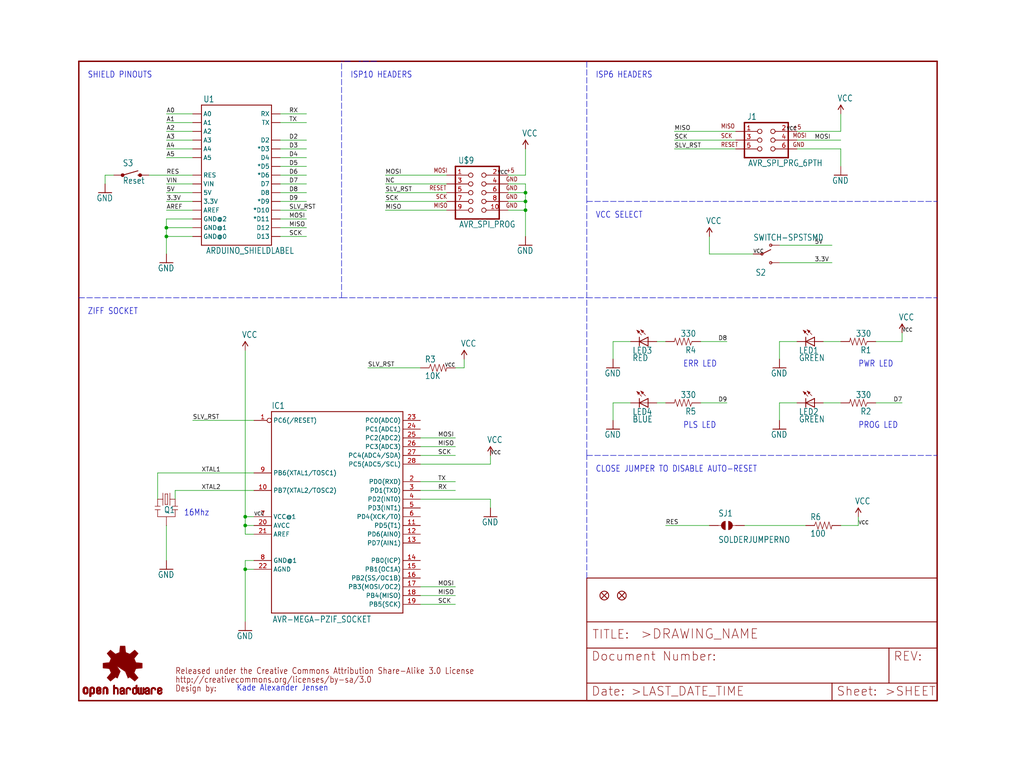
<source format=kicad_sch>
(kicad_sch (version 20211123) (generator eeschema)
  (paper "User" 297.002 223.926)
  (lib_symbols
    (symbol "eagleSchem-eagle-import:5V" (power)
      (property "Value" "5V" (at -1.016 3.556 0))
      (symbol "5V_1_0"
        (pin power_in line (at 0 0 90) (length 2.54) (name "5V") (number "1"))
      )
    )
    (symbol "eagleSchem-eagle-import:ARDUINO_SHIELDLABEL"
      (property "Reference" "U" (at -9.652 21.082 0))
      (property "Value" "ARDUINO_SHIELDLABEL" (at -8.89 -22.86 0))
      (symbol "ARDUINO_SHIELDLABEL_1_0"
        (pin bidirectional line (at -12.7 -7.62 0) (length 2.54) (name "3.3V") (number "3.3V"))
        (pin bidirectional line (at -12.7 -5.08 0) (length 2.54) (name "5V") (number "5V"))
        (pin bidirectional line (at -12.7 17.78 0) (length 2.54) (name "A0") (number "A0"))
        (pin bidirectional line (at -12.7 15.24 0) (length 2.54) (name "A1") (number "A1"))
        (pin bidirectional line (at -12.7 12.7 0) (length 2.54) (name "A2") (number "A2"))
        (pin bidirectional line (at -12.7 10.16 0) (length 2.54) (name "A3") (number "A3"))
        (pin bidirectional line (at -12.7 7.62 0) (length 2.54) (name "A4") (number "A4"))
        (pin bidirectional line (at -12.7 5.08 0) (length 2.54) (name "A5") (number "A5"))
        (pin bidirectional line (at -12.7 -10.16 0) (length 2.54) (name "AREF") (number "AREF"))
        (pin bidirectional line (at 12.7 -10.16 180) (length 2.54) (name "*D10") (number "D10"))
        (pin bidirectional line (at 12.7 -12.7 180) (length 2.54) (name "*D11") (number "D11"))
        (pin bidirectional line (at 12.7 -15.24 180) (length 2.54) (name "D12") (number "D12"))
        (pin bidirectional line (at 12.7 -17.78 180) (length 2.54) (name "D13") (number "D13"))
        (pin bidirectional line (at 12.7 10.16 180) (length 2.54) (name "D2") (number "D2"))
        (pin bidirectional line (at 12.7 7.62 180) (length 2.54) (name "*D3") (number "D3"))
        (pin bidirectional line (at 12.7 5.08 180) (length 2.54) (name "D4") (number "D4"))
        (pin bidirectional line (at 12.7 2.54 180) (length 2.54) (name "*D5") (number "D5"))
        (pin bidirectional line (at 12.7 0 180) (length 2.54) (name "*D6") (number "D6"))
        (pin bidirectional line (at 12.7 -2.54 180) (length 2.54) (name "D7") (number "D7"))
        (pin bidirectional line (at 12.7 -5.08 180) (length 2.54) (name "D8") (number "D8"))
        (pin bidirectional line (at 12.7 -7.62 180) (length 2.54) (name "*D9") (number "D9"))
        (pin bidirectional line (at -12.7 -17.78 0) (length 2.54) (name "GND@0") (number "GND@0"))
        (pin bidirectional line (at -12.7 -15.24 0) (length 2.54) (name "GND@1") (number "GND@1"))
        (pin bidirectional line (at -12.7 -12.7 0) (length 2.54) (name "GND@2") (number "GND@2"))
        (pin bidirectional line (at -12.7 0 0) (length 2.54) (name "RES") (number "RES"))
        (pin bidirectional line (at 12.7 17.78 180) (length 2.54) (name "RX") (number "RX"))
        (pin bidirectional line (at 12.7 15.24 180) (length 2.54) (name "TX") (number "TX"))
        (pin bidirectional line (at -12.7 -2.54 0) (length 2.54) (name "VIN") (number "VIN"))
      )
    )
    (symbol "eagleSchem-eagle-import:AVR-MEGA8-PZIF_SOCKET"
      (property "Reference" "IC" (at -17.78 31.242 0))
      (property "Value" "AVR-MEGA8-PZIF_SOCKET" (at -17.526 -30.734 0))
      (symbol "AVR-MEGA8-PZIF_SOCKET_1_0"
        (pin bidirectional inverted (at -22.86 27.94 0) (length 5.08) (name "PC6(/RESET)") (number "1"))
        (pin bidirectional line (at -22.86 7.62 0) (length 5.08) (name "PB7(XTAL2/TOSC2)") (number "10"))
        (pin bidirectional line (at 25.4 -2.54 180) (length 5.08) (name "PD5(T1)") (number "11"))
        (pin bidirectional line (at 25.4 -5.08 180) (length 5.08) (name "PD6(AIN0)") (number "12"))
        (pin bidirectional line (at 25.4 -7.62 180) (length 5.08) (name "PD7(AIN1)") (number "13"))
        (pin bidirectional line (at 25.4 -12.7 180) (length 5.08) (name "PB0(ICP)") (number "14"))
        (pin bidirectional line (at 25.4 -15.24 180) (length 5.08) (name "PB1(OC1A)") (number "15"))
        (pin bidirectional line (at 25.4 -17.78 180) (length 5.08) (name "PB2(SS/OC1B)") (number "16"))
        (pin bidirectional line (at 25.4 -20.32 180) (length 5.08) (name "PB3(MOSI/OC2)") (number "17"))
        (pin bidirectional line (at 25.4 -22.86 180) (length 5.08) (name "PB4(MISO)") (number "18"))
        (pin bidirectional line (at 25.4 -25.4 180) (length 5.08) (name "PB5(SCK)") (number "19"))
        (pin bidirectional line (at 25.4 10.16 180) (length 5.08) (name "PD0(RXD)") (number "2"))
        (pin bidirectional line (at -22.86 -2.54 0) (length 5.08) (name "AVCC") (number "20"))
        (pin bidirectional line (at -22.86 -5.08 0) (length 5.08) (name "AREF") (number "21"))
        (pin bidirectional line (at -22.86 -15.24 0) (length 5.08) (name "AGND") (number "22"))
        (pin bidirectional line (at 25.4 27.94 180) (length 5.08) (name "PC0(ADC0)") (number "23"))
        (pin bidirectional line (at 25.4 25.4 180) (length 5.08) (name "PC1(ADC1)") (number "24"))
        (pin bidirectional line (at 25.4 22.86 180) (length 5.08) (name "PC2(ADC2)") (number "25"))
        (pin bidirectional line (at 25.4 20.32 180) (length 5.08) (name "PC3(ADC3)") (number "26"))
        (pin bidirectional line (at 25.4 17.78 180) (length 5.08) (name "PC4(ADC4/SDA)") (number "27"))
        (pin bidirectional line (at 25.4 15.24 180) (length 5.08) (name "PC5(ADC5/SCL)") (number "28"))
        (pin bidirectional line (at 25.4 7.62 180) (length 5.08) (name "PD1(TXD)") (number "3"))
        (pin bidirectional line (at 25.4 5.08 180) (length 5.08) (name "PD2(INT0)") (number "4"))
        (pin bidirectional line (at 25.4 2.54 180) (length 5.08) (name "PD3(INT1)") (number "5"))
        (pin bidirectional line (at 25.4 0 180) (length 5.08) (name "PD4(XCK/T0)") (number "6"))
        (pin bidirectional line (at -22.86 0 0) (length 5.08) (name "VCC@1") (number "7"))
        (pin bidirectional line (at -22.86 -12.7 0) (length 5.08) (name "GND@1") (number "8"))
        (pin bidirectional line (at -22.86 12.7 0) (length 5.08) (name "PB6(XTAL1/TOSC1)") (number "9"))
      )
    )
    (symbol "eagleSchem-eagle-import:AVR_SPI_PRG_6PTH"
      (property "Reference" "J" (at -4.318 5.842 0))
      (property "Value" "AVR_SPI_PRG_6PTH" (at -4.064 -7.62 0))
      (symbol "AVR_SPI_PRG_6PTH_1_0"
        (text "+5" (at 8.89 3.048 0) (effects (font (size 1.27 1.0795)) (justify left bottom)))
        (text "GND" (at 8.89 -2.032 0) (effects (font (size 1.27 1.0795)) (justify left bottom)))
        (text "MISO" (at -11.938 3.302 0) (effects (font (size 1.27 1.0795)) (justify left bottom)))
        (text "MOSI" (at 8.89 0.635 0) (effects (font (size 1.27 1.0795)) (justify left bottom)))
        (text "RESET" (at -11.938 -2.032 0) (effects (font (size 1.27 1.0795)) (justify left bottom)))
        (text "SCK" (at -11.938 0.508 0) (effects (font (size 1.27 1.0795)) (justify left bottom)))
        (pin passive inverted (at -7.62 2.54 0) (length 7.62) (name "1") (number "1"))
        (pin passive inverted (at 10.16 2.54 180) (length 7.62) (name "2") (number "2"))
        (pin passive inverted (at -7.62 0 0) (length 7.62) (name "3") (number "3"))
        (pin passive inverted (at 10.16 0 180) (length 7.62) (name "4") (number "4"))
        (pin passive inverted (at -7.62 -2.54 0) (length 7.62) (name "5") (number "5"))
        (pin passive inverted (at 10.16 -2.54 180) (length 7.62) (name "6") (number "6"))
      )
    )
    (symbol "eagleSchem-eagle-import:AVR_SPI_PROG"
      (property "Value" "AVR_SPI_PROG" (at -4.064 -10.16 0))
      (symbol "AVR_SPI_PROG_1_0"
        (text "+5" (at 9.525 5.715 0) (effects (font (size 1.27 1.0795)) (justify left bottom)))
        (text "GND" (at 9.525 -4.445 0) (effects (font (size 1.27 1.0795)) (justify left bottom)))
        (text "GND" (at 9.525 -1.905 0) (effects (font (size 1.27 1.0795)) (justify left bottom)))
        (text "GND" (at 9.525 0.635 0) (effects (font (size 1.27 1.0795)) (justify left bottom)))
        (text "GND" (at 9.525 3.175 0) (effects (font (size 1.27 1.0795)) (justify left bottom)))
        (text "MISO" (at -11.43 -4.445 0) (effects (font (size 1.27 1.0795)) (justify left bottom)))
        (text "MOSI" (at -11.43 5.715 0) (effects (font (size 1.27 1.0795)) (justify left bottom)))
        (text "RESET" (at -12.7 0.635 0) (effects (font (size 1.27 1.0795)) (justify left bottom)))
        (text "SCK" (at -10.795 -1.905 0) (effects (font (size 1.27 1.0795)) (justify left bottom)))
        (pin passive inverted (at -7.62 5.08 0) (length 7.62) (name "1") (number "1"))
        (pin passive inverted (at 10.16 -5.08 180) (length 7.62) (name "10") (number "10"))
        (pin passive inverted (at 10.16 5.08 180) (length 7.62) (name "2") (number "2"))
        (pin passive inverted (at -7.62 2.54 0) (length 7.62) (name "3") (number "3"))
        (pin passive inverted (at 10.16 2.54 180) (length 7.62) (name "4") (number "4"))
        (pin passive inverted (at -7.62 0 0) (length 7.62) (name "5") (number "5"))
        (pin passive inverted (at 10.16 0 180) (length 7.62) (name "6") (number "6"))
        (pin passive inverted (at -7.62 -2.54 0) (length 7.62) (name "7") (number "7"))
        (pin passive inverted (at 10.16 -2.54 180) (length 7.62) (name "8") (number "8"))
        (pin passive inverted (at -7.62 -5.08 0) (length 7.62) (name "9") (number "9"))
      )
    )
    (symbol "eagleSchem-eagle-import:CREATIVE_COMMONS"
      (symbol "CREATIVE_COMMONS_1_0"
        (text "Design by:" (at 0 0 0) (effects (font (size 1.778 1.5113)) (justify left bottom)))
        (text "http://creativecommons.org/licenses/by-sa/3.0" (at 0 2.54 0) (effects (font (size 1.778 1.5113)) (justify left bottom)))
        (text "Released under the Creative Commons Attribution Share-Alike 3.0 License" (at 0 5.08 0) (effects (font (size 1.778 1.5113)) (justify left bottom)))
      )
    )
    (symbol "eagleSchem-eagle-import:FIDUCIAL1X2.5")
    (symbol "eagleSchem-eagle-import:FRAME-LETTER"
      (symbol "FRAME-LETTER_2_0"
        (text ">DRAWING_NAME" (at 15.494 17.78 0) (effects (font (size 2.7432 2.7432)) (justify left bottom)))
        (text ">LAST_DATE_TIME" (at 12.7 1.27 0) (effects (font (size 2.54 2.54)) (justify left bottom)))
        (text ">SHEET" (at 86.36 1.27 0) (effects (font (size 2.54 2.54)) (justify left bottom)))
        (text "Date:" (at 1.27 1.27 0) (effects (font (size 2.54 2.54)) (justify left bottom)))
        (text "Document Number:" (at 1.27 11.43 0) (effects (font (size 2.54 2.54)) (justify left bottom)))
        (text "REV:" (at 88.9 11.43 0) (effects (font (size 2.54 2.54)) (justify left bottom)))
        (text "Sheet:" (at 72.39 1.27 0) (effects (font (size 2.54 2.54)) (justify left bottom)))
        (text "TITLE:" (at 1.524 17.78 0) (effects (font (size 2.54 2.54)) (justify left bottom)))
      )
    )
    (symbol "eagleSchem-eagle-import:GND" (power)
      (property "Value" "GND" (at -2.54 -2.54 0))
      (symbol "GND_1_0"
        (pin power_in line (at 0 2.54 270) (length 2.54) (name "GND") (number "1"))
      )
    )
    (symbol "eagleSchem-eagle-import:LED0603"
      (property "Reference" "LED" (at 3.556 -4.572 90))
      (property "Value" "LED0603" (at 5.715 -4.572 90))
      (symbol "LED0603_1_0"
        (pin passive line (at 0 2.54 270) (length 2.54) (name "A") (number "A"))
        (pin passive line (at 0 -5.08 90) (length 2.54) (name "C") (number "C"))
      )
    )
    (symbol "eagleSchem-eagle-import:OSHW-LOGOS")
    (symbol "eagleSchem-eagle-import:RESISTOR0402-RES"
      (property "Reference" "R" (at -3.81 1.4986 0))
      (property "Value" "RESISTOR0402-RES" (at -3.81 -3.302 0))
      (symbol "RESISTOR0402-RES_1_0"
        (pin passive line (at -5.08 0 0) (length 2.54) (name "1") (number "1"))
        (pin passive line (at 5.08 0 180) (length 2.54) (name "2") (number "2"))
      )
    )
    (symbol "eagleSchem-eagle-import:RESONATORSMD"
      (property "Value" "RESONATORSMD" (at 2.54 -7.62 0))
      (symbol "RESONATORSMD_1_0"
        (pin passive line (at -2.54 0 0) (length 0) (name "1") (number "1"))
        (pin passive line (at 0 -7.62 90) (length 0) (name "2") (number "2"))
        (pin passive line (at 2.54 0 180) (length 0) (name "3") (number "3"))
      )
    )
    (symbol "eagleSchem-eagle-import:SOLDERJUMPERNO"
      (property "Reference" "SJ" (at -2.54 2.54 0))
      (property "Value" "SOLDERJUMPERNO" (at -2.54 -5.08 0))
      (symbol "SOLDERJUMPERNO_1_0"
        (pin passive line (at -5.08 0 0) (length 2.54) (name "1") (number "1"))
        (pin passive line (at 5.08 0 180) (length 2.54) (name "2") (number "2"))
      )
    )
    (symbol "eagleSchem-eagle-import:SWITCH-MOMENTARY-2SMD"
      (property "Reference" "S" (at -2.54 2.54 0))
      (property "Value" "SWITCH-MOMENTARY-2SMD" (at -2.54 -2.54 0))
      (symbol "SWITCH-MOMENTARY-2SMD_1_0"
        (pin passive line (at -5.08 0 0) (length 2.54) (name "1") (number "1"))
        (pin passive line (at 5.08 0 180) (length 2.54) (name "2") (number "3"))
      )
    )
    (symbol "eagleSchem-eagle-import:SWITCH-SPSTSMD"
      (property "Reference" "S" (at -1.905 -6.35 0))
      (property "Value" "SWITCH-SPSTSMD" (at -2.54 3.81 0))
      (symbol "SWITCH-SPSTSMD_1_0"
        (pin passive line (at 5.08 2.54 180) (length 2.54) (name "O") (number "1"))
        (pin passive line (at -2.54 0 0) (length 2.54) (name "P") (number "2"))
        (pin passive line (at 5.08 -2.54 180) (length 2.54) (name "S") (number "3"))
      )
    )
  )
  (junction (at 152.4 55.88))
  (junction (at 48.26 68.58))
  (junction (at 71.12 165.1))
  (junction (at 152.4 60.96))
  (junction (at 48.26 66.04))
  (junction (at 152.4 58.42))
  (junction (at 71.12 149.86))
  (junction (at 71.12 152.4))
  (polyline (pts (xy 170.18 167.64) (xy 170.18 132.08)))
  (wire (pts (xy 147.32 53.34) (xy 152.4 53.34)))
  (polyline (pts (xy 170.18 58.42) (xy 271.78 58.42)))
  (wire (pts (xy 73.66 152.4) (xy 71.12 152.4)))
  (wire (pts (xy 121.92 170.18) (xy 132.08 170.18)))
  (wire (pts (xy 73.66 165.1) (xy 71.12 165.1)))
  (wire (pts (xy 243.84 38.1) (xy 243.84 33.02)))
  (wire (pts (xy 226.06 71.12) (xy 241.3 71.12)))
  (wire (pts (xy 243.84 43.18) (xy 231.14 43.18)))
  (wire (pts (xy 213.36 40.64) (xy 195.58 40.64)))
  (wire (pts (xy 121.92 175.26) (xy 132.08 175.26)))
  (wire (pts (xy 142.24 132.08) (xy 142.24 134.62)))
  (wire (pts (xy 182.88 99.06) (xy 177.8 99.06)))
  (wire (pts (xy 71.12 149.86) (xy 71.12 101.6)))
  (polyline (pts (xy 99.06 86.36) (xy 170.18 86.36)))
  (wire (pts (xy 152.4 55.88) (xy 152.4 58.42)))
  (wire (pts (xy 134.62 106.68) (xy 134.62 104.14)))
  (wire (pts (xy 152.4 53.34) (xy 152.4 55.88)))
  (wire (pts (xy 142.24 144.78) (xy 121.92 144.78)))
  (polyline (pts (xy 109.22 17.78) (xy 104.14 17.78)))
  (wire (pts (xy 152.4 60.96) (xy 152.4 68.58)))
  (polyline (pts (xy 170.18 86.36) (xy 271.78 86.36)))
  (wire (pts (xy 45.72 137.16) (xy 45.72 144.78)))
  (wire (pts (xy 50.8 142.24) (xy 50.8 144.78)))
  (wire (pts (xy 73.66 121.92) (xy 55.88 121.92)))
  (wire (pts (xy 48.26 66.04) (xy 48.26 68.58)))
  (wire (pts (xy 55.88 60.96) (xy 48.26 60.96)))
  (wire (pts (xy 55.88 38.1) (xy 48.26 38.1)))
  (wire (pts (xy 71.12 165.1) (xy 71.12 180.34)))
  (wire (pts (xy 48.26 63.5) (xy 48.26 66.04)))
  (wire (pts (xy 129.54 50.8) (xy 111.76 50.8)))
  (wire (pts (xy 261.62 96.52) (xy 261.62 99.06)))
  (wire (pts (xy 243.84 116.84) (xy 238.76 116.84)))
  (wire (pts (xy 231.14 116.84) (xy 226.06 116.84)))
  (wire (pts (xy 121.92 139.7) (xy 132.08 139.7)))
  (wire (pts (xy 231.14 99.06) (xy 226.06 99.06)))
  (wire (pts (xy 71.12 162.56) (xy 71.12 165.1)))
  (wire (pts (xy 73.66 162.56) (xy 71.12 162.56)))
  (wire (pts (xy 182.88 116.84) (xy 177.8 116.84)))
  (wire (pts (xy 73.66 154.94) (xy 71.12 154.94)))
  (wire (pts (xy 226.06 99.06) (xy 226.06 104.14)))
  (wire (pts (xy 73.66 142.24) (xy 50.8 142.24)))
  (wire (pts (xy 81.28 55.88) (xy 88.9 55.88)))
  (wire (pts (xy 132.08 106.68) (xy 134.62 106.68)))
  (polyline (pts (xy 22.86 86.36) (xy 99.06 86.36)))
  (wire (pts (xy 73.66 149.86) (xy 71.12 149.86)))
  (wire (pts (xy 71.12 154.94) (xy 71.12 152.4)))
  (wire (pts (xy 55.88 50.8) (xy 43.18 50.8)))
  (wire (pts (xy 55.88 68.58) (xy 48.26 68.58)))
  (wire (pts (xy 55.88 53.34) (xy 48.26 53.34)))
  (wire (pts (xy 129.54 60.96) (xy 111.76 60.96)))
  (wire (pts (xy 129.54 53.34) (xy 111.76 53.34)))
  (wire (pts (xy 81.28 33.02) (xy 88.9 33.02)))
  (wire (pts (xy 218.44 73.66) (xy 205.74 73.66)))
  (wire (pts (xy 243.84 48.26) (xy 243.84 43.18)))
  (polyline (pts (xy 99.06 86.36) (xy 99.06 17.78)))
  (wire (pts (xy 73.66 137.16) (xy 45.72 137.16)))
  (wire (pts (xy 152.4 58.42) (xy 152.4 60.96)))
  (wire (pts (xy 121.92 106.68) (xy 106.68 106.68)))
  (wire (pts (xy 203.2 99.06) (xy 210.82 99.06)))
  (wire (pts (xy 193.04 99.06) (xy 190.5 99.06)))
  (wire (pts (xy 81.28 50.8) (xy 88.9 50.8)))
  (wire (pts (xy 213.36 43.18) (xy 195.58 43.18)))
  (wire (pts (xy 147.32 60.96) (xy 152.4 60.96)))
  (wire (pts (xy 231.14 40.64) (xy 243.84 40.64)))
  (wire (pts (xy 129.54 58.42) (xy 111.76 58.42)))
  (wire (pts (xy 177.8 99.06) (xy 177.8 104.14)))
  (wire (pts (xy 205.74 152.4) (xy 193.04 152.4)))
  (wire (pts (xy 55.88 35.56) (xy 48.26 35.56)))
  (wire (pts (xy 48.26 45.72) (xy 55.88 45.72)))
  (wire (pts (xy 147.32 50.8) (xy 152.4 50.8)))
  (wire (pts (xy 205.74 73.66) (xy 205.74 68.58)))
  (wire (pts (xy 147.32 55.88) (xy 152.4 55.88)))
  (wire (pts (xy 152.4 50.8) (xy 152.4 43.18)))
  (wire (pts (xy 55.88 66.04) (xy 48.26 66.04)))
  (wire (pts (xy 88.9 45.72) (xy 81.28 45.72)))
  (wire (pts (xy 121.92 127) (xy 132.08 127)))
  (wire (pts (xy 261.62 99.06) (xy 254 99.06)))
  (wire (pts (xy 55.88 33.02) (xy 48.26 33.02)))
  (wire (pts (xy 121.92 132.08) (xy 132.08 132.08)))
  (wire (pts (xy 71.12 152.4) (xy 71.12 149.86)))
  (wire (pts (xy 248.92 152.4) (xy 243.84 152.4)))
  (wire (pts (xy 48.26 162.56) (xy 48.26 152.4)))
  (wire (pts (xy 129.54 55.88) (xy 111.76 55.88)))
  (wire (pts (xy 55.88 55.88) (xy 48.26 55.88)))
  (polyline (pts (xy 170.18 132.08) (xy 271.78 132.08)))
  (wire (pts (xy 177.8 116.84) (xy 177.8 121.92)))
  (wire (pts (xy 81.28 58.42) (xy 88.9 58.42)))
  (wire (pts (xy 81.28 35.56) (xy 88.9 35.56)))
  (wire (pts (xy 81.28 60.96) (xy 88.9 60.96)))
  (wire (pts (xy 121.92 129.54) (xy 132.08 129.54)))
  (wire (pts (xy 88.9 63.5) (xy 81.28 63.5)))
  (polyline (pts (xy 170.18 86.36) (xy 170.18 58.42)))
  (wire (pts (xy 142.24 134.62) (xy 121.92 134.62)))
  (wire (pts (xy 88.9 43.18) (xy 81.28 43.18)))
  (wire (pts (xy 203.2 116.84) (xy 210.82 116.84)))
  (wire (pts (xy 81.28 48.26) (xy 88.9 48.26)))
  (wire (pts (xy 213.36 38.1) (xy 195.58 38.1)))
  (wire (pts (xy 121.92 142.24) (xy 132.08 142.24)))
  (wire (pts (xy 226.06 116.84) (xy 226.06 121.92)))
  (wire (pts (xy 88.9 66.04) (xy 81.28 66.04)))
  (wire (pts (xy 88.9 68.58) (xy 81.28 68.58)))
  (wire (pts (xy 142.24 147.32) (xy 142.24 144.78)))
  (polyline (pts (xy 170.18 132.08) (xy 170.18 86.36)))
  (wire (pts (xy 193.04 116.84) (xy 190.5 116.84)))
  (wire (pts (xy 226.06 76.2) (xy 241.3 76.2)))
  (wire (pts (xy 233.68 152.4) (xy 215.9 152.4)))
  (wire (pts (xy 231.14 38.1) (xy 243.84 38.1)))
  (wire (pts (xy 55.88 58.42) (xy 48.26 58.42)))
  (wire (pts (xy 33.02 50.8) (xy 30.48 50.8)))
  (wire (pts (xy 55.88 63.5) (xy 48.26 63.5)))
  (wire (pts (xy 243.84 99.06) (xy 238.76 99.06)))
  (polyline (pts (xy 170.18 58.42) (xy 170.18 17.78)))
  (polyline (pts (xy 101.6 17.78) (xy 99.06 17.78)))
  (wire (pts (xy 121.92 172.72) (xy 132.08 172.72)))
  (wire (pts (xy 55.88 40.64) (xy 48.26 40.64)))
  (wire (pts (xy 30.48 50.8) (xy 30.48 53.34)))
  (wire (pts (xy 55.88 43.18) (xy 48.26 43.18)))
  (wire (pts (xy 48.26 68.58) (xy 48.26 73.66)))
  (wire (pts (xy 88.9 40.64) (xy 81.28 40.64)))
  (wire (pts (xy 81.28 53.34) (xy 88.9 53.34)))
  (wire (pts (xy 147.32 58.42) (xy 152.4 58.42)))
  (wire (pts (xy 248.92 152.4) (xy 248.92 149.86)))
  (wire (pts (xy 254 116.84) (xy 261.62 116.84)))
  (text "VCC SELECT" (at 172.72 63.5 180) (effects (font (size 1.778 1.5113)) (justify left bottom)))
  (text "ISP10 HEADERS" (at 101.6 22.86 180) (effects (font (size 1.778 1.5113)) (justify left bottom)))
  (text "SHIELD PINOUTS" (at 25.4 22.86 180) (effects (font (size 1.778 1.5113)) (justify left bottom)))
  (text "PWR LED" (at 248.92 106.68 180) (effects (font (size 1.778 1.5113)) (justify left bottom)))
  (text "PROG LED" (at 248.92 124.46 180) (effects (font (size 1.778 1.5113)) (justify left bottom)))
  (text "16Mhz" (at 53.34 149.86 180) (effects (font (size 1.778 1.5113)) (justify left bottom)))
  (text "CLOSE JUMPER TO DISABLE AUTO-RESET" (at 172.72 137.16 180) (effects (font (size 1.778 1.5113)) (justify left bottom)))
  (text "Kade Alexander Jensen" (at 68.58 200.66 180) (effects (font (size 1.778 1.5113)) (justify left bottom)))
  (text "ZIFF SOCKET" (at 25.4 91.44 180) (effects (font (size 1.778 1.5113)) (justify left bottom)))
  (text "ISP6 HEADERS" (at 172.72 22.86 180) (effects (font (size 1.778 1.5113)) (justify left bottom)))
  (text "PLS LED" (at 198.12 124.46 180) (effects (font (size 1.778 1.5113)) (justify left bottom)))
  (text "ERR LED" (at 198.12 106.68 180) (effects (font (size 1.778 1.5113)) (justify left bottom)))
  (label "D2" (at 83.82 40.64 0) (effects (font (size 1.2446 1.2446))))
  (label "MOSI" (at 127 127 0) (effects (font (size 1.2446 1.2446))))
  (label "XTAL2" (at 58.42 142.24 0) (effects (font (size 1.2446 1.2446))))
  (label "D7" (at 83.82 53.34 0) (effects (font (size 1.2446 1.2446))))
  (label "SCK" (at 127 132.08 0) (effects (font (size 1.2446 1.2446))))
  (label "VIN" (at 48.26 53.34 0) (effects (font (size 1.2446 1.2446))))
  (label "D9" (at 83.82 58.42 0) (effects (font (size 1.2446 1.2446))))
  (label "3.3V" (at 48.26 58.42 0) (effects (font (size 1.2446 1.2446))))
  (label "SLV_RST" (at 55.88 121.92 0) (effects (font (size 1.2446 1.2446))))
  (label "5V" (at 48.26 55.88 0) (effects (font (size 1.2446 1.2446))))
  (label "A3" (at 48.26 40.64 0) (effects (font (size 1.2446 1.2446))))
  (label "TX" (at 127 139.7 0) (effects (font (size 1.2446 1.2446))))
  (label "NC" (at 111.76 53.34 0) (effects (font (size 1.2446 1.2446))))
  (label "MOSI" (at 83.82 63.5 0) (effects (font (size 1.2446 1.2446))))
  (label "VCC" (at 73.66 149.86 0) (effects (font (size 1.016 1.016))))
  (label "A2" (at 48.26 38.1 0) (effects (font (size 1.2446 1.2446))))
  (label "MISO" (at 127 172.72 0) (effects (font (size 1.2446 1.2446))))
  (label "MISO" (at 111.76 60.96 0) (effects (font (size 1.2446 1.2446))))
  (label "SCK" (at 195.58 40.64 0) (effects (font (size 1.2446 1.2446))))
  (label "VCC" (at 218.44 73.66 0) (effects (font (size 1.016 1.016))))
  (label "D3" (at 83.82 43.18 0) (effects (font (size 1.2446 1.2446))))
  (label "A4" (at 48.26 43.18 0) (effects (font (size 1.2446 1.2446))))
  (label "MOSI" (at 236.22 40.64 0) (effects (font (size 1.2446 1.2446))))
  (label "AREF" (at 48.26 60.96 0) (effects (font (size 1.2446 1.2446))))
  (label "SLV_RST" (at 111.76 55.88 0) (effects (font (size 1.2446 1.2446))))
  (label "SCK" (at 111.76 58.42 0) (effects (font (size 1.2446 1.2446))))
  (label "A0" (at 48.26 33.02 0) (effects (font (size 1.2446 1.2446))))
  (label "3.3V" (at 236.22 76.2 0) (effects (font (size 1.2446 1.2446))))
  (label "SLV_RST" (at 106.68 106.68 0) (effects (font (size 1.2446 1.2446))))
  (label "MOSI" (at 127 170.18 0) (effects (font (size 1.2446 1.2446))))
  (label "VCC" (at 132.08 106.68 180) (effects (font (size 1.016 1.016))))
  (label "A1" (at 48.26 35.56 0) (effects (font (size 1.2446 1.2446))))
  (label "RX" (at 83.82 33.02 0) (effects (font (size 1.2446 1.2446))))
  (label "TX" (at 83.82 35.56 0) (effects (font (size 1.2446 1.2446))))
  (label "D5" (at 83.82 48.26 0) (effects (font (size 1.2446 1.2446))))
  (label "VCC" (at 248.92 152.4 0) (effects (font (size 1.016 1.016))))
  (label "RES" (at 193.04 152.4 0) (effects (font (size 1.2446 1.2446))))
  (label "D7" (at 259.08 116.84 0) (effects (font (size 1.2446 1.2446))))
  (label "MISO" (at 195.58 38.1 0) (effects (font (size 1.2446 1.2446))))
  (label "RX" (at 127 142.24 0) (effects (font (size 1.2446 1.2446))))
  (label "XTAL1" (at 58.42 137.16 0) (effects (font (size 1.2446 1.2446))))
  (label "SCK" (at 83.82 68.58 0) (effects (font (size 1.2446 1.2446))))
  (label "5V" (at 236.22 71.12 0) (effects (font (size 1.2446 1.2446))))
  (label "VCC" (at 142.24 132.08 0) (effects (font (size 1.016 1.016))))
  (label "D9" (at 208.28 116.84 0) (effects (font (size 1.2446 1.2446))))
  (label "MISO" (at 83.82 66.04 0) (effects (font (size 1.2446 1.2446))))
  (label "VCC" (at 261.62 96.52 0) (effects (font (size 1.016 1.016))))
  (label "D8" (at 208.28 99.06 0) (effects (font (size 1.2446 1.2446))))
  (label "VCC" (at 231.14 38.1 180) (effects (font (size 1.016 1.016))))
  (label "VCC" (at 147.32 50.8 180) (effects (font (size 1.016 1.016))))
  (label "MISO" (at 127 129.54 0) (effects (font (size 1.2446 1.2446))))
  (label "D4" (at 83.82 45.72 0) (effects (font (size 1.2446 1.2446))))
  (label "A5" (at 48.26 45.72 0) (effects (font (size 1.2446 1.2446))))
  (label "D8" (at 83.82 55.88 0) (effects (font (size 1.2446 1.2446))))
  (label "SLV_RST" (at 83.82 60.96 0) (effects (font (size 1.2446 1.2446))))
  (label "MOSI" (at 111.76 50.8 0) (effects (font (size 1.2446 1.2446))))
  (label "SCK" (at 127 175.26 0) (effects (font (size 1.2446 1.2446))))
  (label "D6" (at 83.82 50.8 0) (effects (font (size 1.2446 1.2446))))
  (label "SLV_RST" (at 195.58 43.18 0) (effects (font (size 1.2446 1.2446))))
  (label "RES" (at 48.26 50.8 0) (effects (font (size 1.2446 1.2446))))
  (symbol (lib_id "eagleSchem-eagle-import:FRAME-LETTER") (at 170.18 203.2 0) (unit 2)
    (property "Reference" "#FRAME1" (effects hide))
    (property "Value" "FRAME-LETTER" (effects hide))
    (property "Footprint" "eagleSchem:" (effects hide))
  )
  (symbol (lib_id "eagleSchem-eagle-import:GND") (at 226.06 124.46 0) (unit 1)
    (property "Reference" "#GND4" (effects hide))
    (property "Value" "GND" (at 223.52 127 0) (effects (font (size 1.778 1.5113)) (justify left bottom)))
    (property "Footprint" "eagleSchem:" (effects hide))
  )
  (symbol (lib_id "eagleSchem-eagle-import:GND") (at 152.4 71.12 0) (unit 1)
    (property "Reference" "#GND11" (effects hide))
    (property "Value" "GND" (at 149.86 73.66 0) (effects (font (size 1.778 1.5113)) (justify left bottom)))
    (property "Footprint" "eagleSchem:" (effects hide))
  )
  (symbol (lib_id "eagleSchem-eagle-import:SWITCH-MOMENTARY-2SMD") (at 38.1 50.8 0) (unit 1)
    (property "Reference" "S3" (at 35.56 48.26 0) (effects (font (size 1.778 1.5113)) (justify left bottom)))
    (property "Value" "Reset" (at 35.56 53.34 0) (effects (font (size 1.778 1.5113)) (justify left bottom)))
    (property "Footprint" "eagleSchem:TACTILE_SWITCH_SMD" (effects hide))
  )
  (symbol (lib_id "eagleSchem-eagle-import:5V") (at 142.24 132.08 0) (unit 1)
    (property "Reference" "#U$2" (effects hide))
    (property "Value" "VCC" (at 141.224 128.524 0) (effects (font (size 1.778 1.5113)) (justify left bottom)))
    (property "Footprint" "eagleSchem:" (effects hide))
  )
  (symbol (lib_id "eagleSchem-eagle-import:AVR_SPI_PROG") (at 137.16 55.88 0) (unit 1)
    (property "Reference" "U$9" (at 132.842 47.498 0) (effects (font (size 1.778 1.5113)) (justify left bottom)))
    (property "Value" "AVR_SPI_PROG" (at 133.096 66.04 0) (effects (font (size 1.778 1.5113)) (justify left bottom)))
    (property "Footprint" "eagleSchem:AVR_ICSP" (effects hide))
  )
  (symbol (lib_id "eagleSchem-eagle-import:RESISTOR0402-RES") (at 198.12 116.84 180) (unit 1)
    (property "Reference" "R5" (at 201.93 118.3386 0) (effects (font (size 1.778 1.5113)) (justify left bottom)))
    (property "Value" "330" (at 201.93 113.538 0) (effects (font (size 1.778 1.5113)) (justify left bottom)))
    (property "Footprint" "eagleSchem:0402-RES" (effects hide))
  )
  (symbol (lib_id "eagleSchem-eagle-import:5V") (at 152.4 43.18 0) (unit 1)
    (property "Reference" "#U$11" (effects hide))
    (property "Value" "VCC" (at 151.384 39.624 0) (effects (font (size 1.778 1.5113)) (justify left bottom)))
    (property "Footprint" "eagleSchem:" (effects hide))
  )
  (symbol (lib_id "eagleSchem-eagle-import:AVR_SPI_PRG_6PTH") (at 220.98 40.64 0) (unit 1)
    (property "Reference" "J1" (at 216.662 34.798 0) (effects (font (size 1.778 1.5113)) (justify left bottom)))
    (property "Value" "AVR_SPI_PRG_6PTH" (at 216.916 48.26 0) (effects (font (size 1.778 1.5113)) (justify left bottom)))
    (property "Footprint" "eagleSchem:2X3" (effects hide))
  )
  (symbol (lib_id "eagleSchem-eagle-import:GND") (at 226.06 106.68 0) (unit 1)
    (property "Reference" "#GND2" (effects hide))
    (property "Value" "GND" (at 223.52 109.22 0) (effects (font (size 1.778 1.5113)) (justify left bottom)))
    (property "Footprint" "eagleSchem:" (effects hide))
  )
  (symbol (lib_id "eagleSchem-eagle-import:5V") (at 243.84 33.02 0) (unit 1)
    (property "Reference" "#U$6" (effects hide))
    (property "Value" "VCC" (at 242.824 29.464 0) (effects (font (size 1.778 1.5113)) (justify left bottom)))
    (property "Footprint" "eagleSchem:" (effects hide))
  )
  (symbol (lib_id "eagleSchem-eagle-import:GND") (at 243.84 50.8 0) (unit 1)
    (property "Reference" "#GND6" (effects hide))
    (property "Value" "GND" (at 241.3 53.34 0) (effects (font (size 1.778 1.5113)) (justify left bottom)))
    (property "Footprint" "eagleSchem:" (effects hide))
  )
  (symbol (lib_id "eagleSchem-eagle-import:FIDUCIAL1X2.5") (at 180.34 172.72 0) (unit 1)
    (property "Reference" "JP6" (effects hide))
    (property "Value" "FIDUCIAL1X2.5" (effects hide))
    (property "Footprint" "eagleSchem:FIDUCIAL-1X2.5" (effects hide))
  )
  (symbol (lib_id "eagleSchem-eagle-import:GND") (at 142.24 149.86 0) (unit 1)
    (property "Reference" "#GND10" (effects hide))
    (property "Value" "GND" (at 139.7 152.4 0) (effects (font (size 1.778 1.5113)) (justify left bottom)))
    (property "Footprint" "eagleSchem:" (effects hide))
  )
  (symbol (lib_id "eagleSchem-eagle-import:LED0603") (at 187.96 99.06 270) (unit 1)
    (property "Reference" "LED3" (at 183.388 102.616 90) (effects (font (size 1.778 1.5113)) (justify left bottom)))
    (property "Value" "RED" (at 183.388 104.775 90) (effects (font (size 1.778 1.5113)) (justify left bottom)))
    (property "Footprint" "eagleSchem:LED-0603" (effects hide))
  )
  (symbol (lib_id "eagleSchem-eagle-import:RESISTOR0402-RES") (at 248.92 116.84 180) (unit 1)
    (property "Reference" "R2" (at 252.73 118.3386 0) (effects (font (size 1.778 1.5113)) (justify left bottom)))
    (property "Value" "330" (at 252.73 113.538 0) (effects (font (size 1.778 1.5113)) (justify left bottom)))
    (property "Footprint" "eagleSchem:0402-RES" (effects hide))
  )
  (symbol (lib_id "eagleSchem-eagle-import:LED0603") (at 187.96 116.84 270) (unit 1)
    (property "Reference" "LED4" (at 183.388 120.396 90) (effects (font (size 1.778 1.5113)) (justify left bottom)))
    (property "Value" "BLUE" (at 183.388 122.555 90) (effects (font (size 1.778 1.5113)) (justify left bottom)))
    (property "Footprint" "eagleSchem:LED-0603" (effects hide))
  )
  (symbol (lib_id "eagleSchem-eagle-import:GND") (at 177.8 124.46 0) (unit 1)
    (property "Reference" "#GND9" (effects hide))
    (property "Value" "GND" (at 175.26 127 0) (effects (font (size 1.778 1.5113)) (justify left bottom)))
    (property "Footprint" "eagleSchem:" (effects hide))
  )
  (symbol (lib_id "eagleSchem-eagle-import:LED0603") (at 236.22 99.06 270) (unit 1)
    (property "Reference" "LED1" (at 231.648 102.616 90) (effects (font (size 1.778 1.5113)) (justify left bottom)))
    (property "Value" "GREEN" (at 231.648 104.775 90) (effects (font (size 1.778 1.5113)) (justify left bottom)))
    (property "Footprint" "eagleSchem:LED-0603" (effects hide))
  )
  (symbol (lib_id "eagleSchem-eagle-import:RESISTOR0402-RES") (at 198.12 99.06 180) (unit 1)
    (property "Reference" "R4" (at 201.93 100.5586 0) (effects (font (size 1.778 1.5113)) (justify left bottom)))
    (property "Value" "330" (at 201.93 95.758 0) (effects (font (size 1.778 1.5113)) (justify left bottom)))
    (property "Footprint" "eagleSchem:0402-RES" (effects hide))
  )
  (symbol (lib_id "eagleSchem-eagle-import:FRAME-LETTER") (at 22.86 203.2 0) (unit 1)
    (property "Reference" "#FRAME1" (effects hide))
    (property "Value" "FRAME-LETTER" (effects hide))
    (property "Footprint" "eagleSchem:" (effects hide))
  )
  (symbol (lib_id "eagleSchem-eagle-import:5V") (at 248.92 149.86 0) (unit 1)
    (property "Reference" "#U$10" (effects hide))
    (property "Value" "VCC" (at 247.904 146.304 0) (effects (font (size 1.778 1.5113)) (justify left bottom)))
    (property "Footprint" "eagleSchem:" (effects hide))
  )
  (symbol (lib_id "eagleSchem-eagle-import:AVR-MEGA8-PZIF_SOCKET") (at 96.52 149.86 0) (unit 1)
    (property "Reference" "IC1" (at 78.74 118.618 0) (effects (font (size 1.778 1.5113)) (justify left bottom)))
    (property "Value" "AVR-MEGA-PZIF_SOCKET" (at 78.994 180.594 0) (effects (font (size 1.778 1.5113)) (justify left bottom)))
    (property "Footprint" "eagleSchem:DIL28-3-ZIF_SOCKET" (effects hide))
  )
  (symbol (lib_id "eagleSchem-eagle-import:GND") (at 71.12 182.88 0) (unit 1)
    (property "Reference" "#GND5" (effects hide))
    (property "Value" "GND" (at 68.58 185.42 0) (effects (font (size 1.778 1.5113)) (justify left bottom)))
    (property "Footprint" "eagleSchem:" (effects hide))
  )
  (symbol (lib_id "eagleSchem-eagle-import:GND") (at 48.26 165.1 0) (unit 1)
    (property "Reference" "#GND7" (effects hide))
    (property "Value" "GND" (at 45.72 167.64 0) (effects (font (size 1.778 1.5113)) (justify left bottom)))
    (property "Footprint" "eagleSchem:" (effects hide))
  )
  (symbol (lib_id "eagleSchem-eagle-import:GND") (at 30.48 55.88 0) (unit 1)
    (property "Reference" "#GND3" (effects hide))
    (property "Value" "GND" (at 27.94 58.42 0) (effects (font (size 1.778 1.5113)) (justify left bottom)))
    (property "Footprint" "eagleSchem:" (effects hide))
  )
  (symbol (lib_id "eagleSchem-eagle-import:RESISTOR0402-RES") (at 127 106.68 0) (unit 1)
    (property "Reference" "R3" (at 123.19 105.1814 0) (effects (font (size 1.778 1.5113)) (justify left bottom)))
    (property "Value" "10K" (at 123.19 109.982 0) (effects (font (size 1.778 1.5113)) (justify left bottom)))
    (property "Footprint" "eagleSchem:0402-RES" (effects hide))
  )
  (symbol (lib_id "eagleSchem-eagle-import:5V") (at 261.62 96.52 0) (unit 1)
    (property "Reference" "#U$1" (effects hide))
    (property "Value" "VCC" (at 260.604 92.964 0) (effects (font (size 1.778 1.5113)) (justify left bottom)))
    (property "Footprint" "eagleSchem:" (effects hide))
  )
  (symbol (lib_id "eagleSchem-eagle-import:LED0603") (at 236.22 116.84 270) (unit 1)
    (property "Reference" "LED2" (at 231.648 120.396 90) (effects (font (size 1.778 1.5113)) (justify left bottom)))
    (property "Value" "GREEN" (at 231.648 122.555 90) (effects (font (size 1.778 1.5113)) (justify left bottom)))
    (property "Footprint" "eagleSchem:LED-0603" (effects hide))
  )
  (symbol (lib_id "eagleSchem-eagle-import:SOLDERJUMPERNO") (at 210.82 152.4 0) (unit 1)
    (property "Reference" "SJ1" (at 208.28 149.86 0) (effects (font (size 1.778 1.5113)) (justify left bottom)))
    (property "Value" "SOLDERJUMPERNO" (at 208.28 157.48 0) (effects (font (size 1.778 1.5113)) (justify left bottom)))
    (property "Footprint" "eagleSchem:SJ_2S-NO" (effects hide))
  )
  (symbol (lib_id "eagleSchem-eagle-import:RESONATORSMD") (at 48.26 144.78 0) (mirror y) (unit 1)
    (property "Reference" "Q1" (at 50.8 148.844 0) (effects (font (size 1.778 1.5113)) (justify left bottom)))
    (property "Value" "8/16/20MHz" (effects hide))
    (property "Footprint" "eagleSchem:RESONATOR-SMD" (effects hide))
  )
  (symbol (lib_id "eagleSchem-eagle-import:5V") (at 134.62 104.14 0) (unit 1)
    (property "Reference" "#U$8" (effects hide))
    (property "Value" "VCC" (at 133.604 100.584 0) (effects (font (size 1.778 1.5113)) (justify left bottom)))
    (property "Footprint" "eagleSchem:" (effects hide))
  )
  (symbol (lib_id "eagleSchem-eagle-import:CREATIVE_COMMONS") (at 50.8 200.66 0) (unit 1)
    (property "Reference" "$$U$1" (effects hide))
    (property "Value" "CREATIVE_COMMONS" (effects hide))
    (property "Footprint" "eagleSchem:CREATIVE_COMMONS" (effects hide))
  )
  (symbol (lib_id "eagleSchem-eagle-import:5V") (at 71.12 101.6 0) (unit 1)
    (property "Reference" "#U$5" (effects hide))
    (property "Value" "VCC" (at 70.104 98.044 0) (effects (font (size 1.778 1.5113)) (justify left bottom)))
    (property "Footprint" "eagleSchem:" (effects hide))
  )
  (symbol (lib_id "eagleSchem-eagle-import:GND") (at 177.8 106.68 0) (unit 1)
    (property "Reference" "#GND8" (effects hide))
    (property "Value" "GND" (at 175.26 109.22 0) (effects (font (size 1.778 1.5113)) (justify left bottom)))
    (property "Footprint" "eagleSchem:" (effects hide))
  )
  (symbol (lib_id "eagleSchem-eagle-import:SWITCH-SPSTSMD") (at 220.98 73.66 0) (unit 1)
    (property "Reference" "S2" (at 219.075 80.01 0) (effects (font (size 1.778 1.5113)) (justify left bottom)))
    (property "Value" "SWITCH-SPSTSMD" (at 218.44 69.85 0) (effects (font (size 1.778 1.5113)) (justify left bottom)))
    (property "Footprint" "eagleSchem:AYZ0202" (effects hide))
  )
  (symbol (lib_id "eagleSchem-eagle-import:ARDUINO_SHIELDLABEL") (at 68.58 50.8 0) (unit 1)
    (property "Reference" "U1" (at 58.928 29.718 0) (effects (font (size 1.778 1.5113)) (justify left bottom)))
    (property "Value" "ARDUINO_SHIELDLABEL" (at 59.69 73.66 0) (effects (font (size 1.778 1.5113)) (justify left bottom)))
    (property "Footprint" "eagleSchem:DUEMILANOVE_SHIELD" (effects hide))
  )
  (symbol (lib_id "eagleSchem-eagle-import:RESISTOR0402-RES") (at 248.92 99.06 180) (unit 1)
    (property "Reference" "R1" (at 252.73 100.5586 0) (effects (font (size 1.778 1.5113)) (justify left bottom)))
    (property "Value" "330" (at 252.73 95.758 0) (effects (font (size 1.778 1.5113)) (justify left bottom)))
    (property "Footprint" "eagleSchem:0402-RES" (effects hide))
  )
  (symbol (lib_id "eagleSchem-eagle-import:5V") (at 205.74 68.58 0) (unit 1)
    (property "Reference" "#U$3" (effects hide))
    (property "Value" "VCC" (at 204.724 65.024 0) (effects (font (size 1.778 1.5113)) (justify left bottom)))
    (property "Footprint" "eagleSchem:" (effects hide))
  )
  (symbol (lib_id "eagleSchem-eagle-import:RESISTOR0402-RES") (at 238.76 152.4 0) (unit 1)
    (property "Reference" "R6" (at 234.95 150.9014 0) (effects (font (size 1.778 1.5113)) (justify left bottom)))
    (property "Value" "100" (at 234.95 155.702 0) (effects (font (size 1.778 1.5113)) (justify left bottom)))
    (property "Footprint" "eagleSchem:0402-RES" (effects hide))
  )
  (symbol (lib_id "eagleSchem-eagle-import:OSHW-LOGOS") (at 35.56 193.04 0) (unit 1)
    (property "Reference" "U$4" (effects hide))
    (property "Value" "OSHW-LOGOS" (effects hide))
    (property "Footprint" "eagleSchem:OSHW-LOGO-S" (effects hide))
  )
  (symbol (lib_id "eagleSchem-eagle-import:GND") (at 48.26 76.2 0) (unit 1)
    (property "Reference" "#GND1" (effects hide))
    (property "Value" "GND" (at 45.72 78.74 0) (effects (font (size 1.778 1.5113)) (justify left bottom)))
    (property "Footprint" "eagleSchem:" (effects hide))
  )
  (symbol (lib_id "eagleSchem-eagle-import:FIDUCIAL1X2.5") (at 175.26 172.72 0) (unit 1)
    (property "Reference" "JP5" (effects hide))
    (property "Value" "FIDUCIAL1X2.5" (effects hide))
    (property "Footprint" "eagleSchem:FIDUCIAL-1X2.5" (effects hide))
  )
)
</source>
